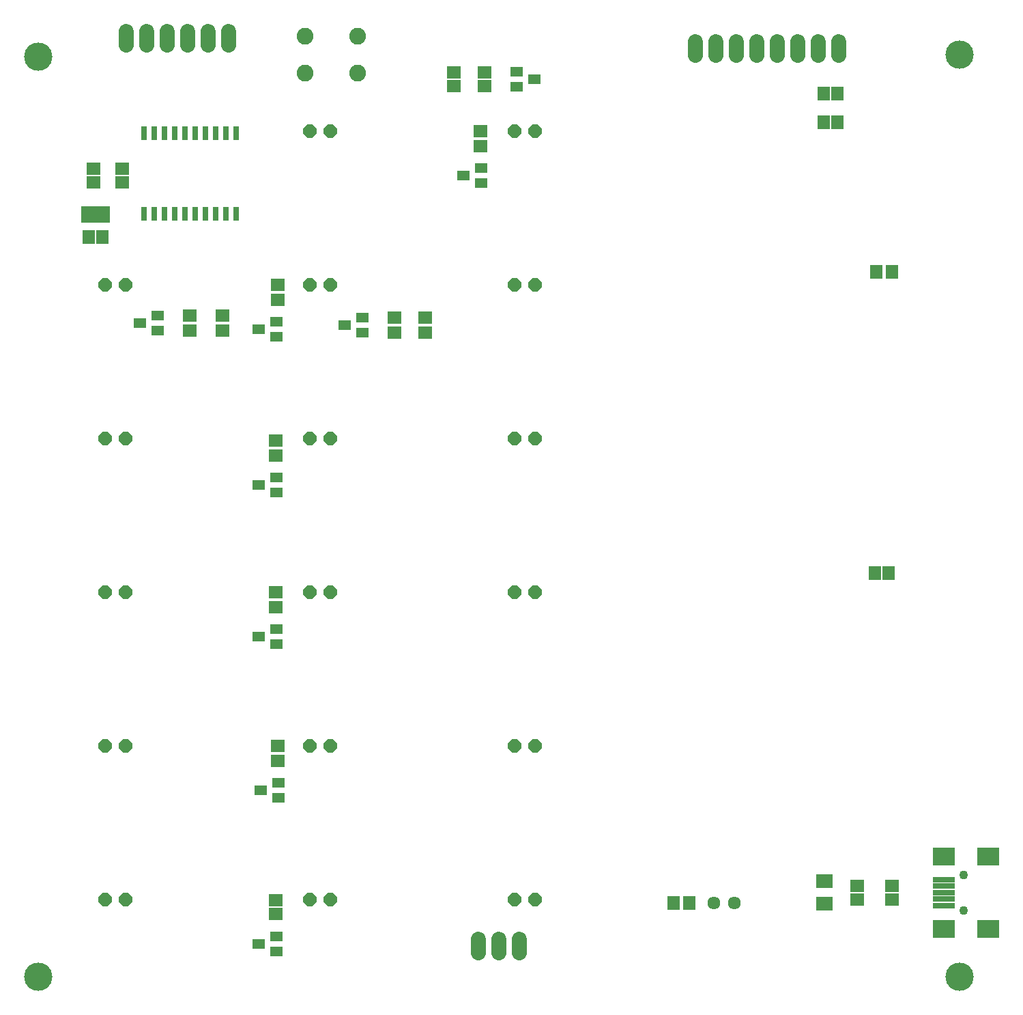
<source format=gts>
G75*
G70*
%OFA0B0*%
%FSLAX24Y24*%
%IPPOS*%
%LPD*%
%AMOC8*
5,1,8,0,0,1.08239X$1,22.5*
%
%ADD10C,0.1380*%
%ADD11R,0.0316X0.0671*%
%ADD12OC8,0.0640*%
%ADD13R,0.0671X0.0592*%
%ADD14R,0.0710X0.0592*%
%ADD15R,0.0631X0.0474*%
%ADD16C,0.0720*%
%ADD17C,0.0635*%
%ADD18R,0.0592X0.0710*%
%ADD19R,0.1064X0.0277*%
%ADD20R,0.1064X0.0867*%
%ADD21C,0.0434*%
%ADD22C,0.0820*%
%ADD23R,0.0592X0.0671*%
%ADD24R,0.0789X0.0710*%
%ADD25R,0.1419X0.0789*%
D10*
X002601Y002601D03*
X002601Y047501D03*
X047601Y047601D03*
X047601Y002601D03*
D11*
X012251Y039832D03*
X011751Y039832D03*
X011251Y039832D03*
X010751Y039832D03*
X010251Y039832D03*
X009751Y039832D03*
X009251Y039832D03*
X008751Y039832D03*
X008251Y039832D03*
X007751Y039832D03*
X007751Y043769D03*
X008251Y043769D03*
X008751Y043769D03*
X009251Y043769D03*
X009751Y043769D03*
X010251Y043769D03*
X010751Y043769D03*
X011251Y043769D03*
X011751Y043769D03*
X012251Y043769D03*
D12*
X015851Y043851D03*
X016851Y043851D03*
X016851Y036351D03*
X015851Y036351D03*
X015851Y028851D03*
X016851Y028851D03*
X016851Y021351D03*
X015851Y021351D03*
X015851Y013851D03*
X016851Y013851D03*
X016851Y006351D03*
X015851Y006351D03*
X006851Y006351D03*
X005851Y006351D03*
X005851Y013851D03*
X006851Y013851D03*
X006851Y021351D03*
X005851Y021351D03*
X005851Y028851D03*
X006851Y028851D03*
X006851Y036351D03*
X005851Y036351D03*
X025851Y036351D03*
X026851Y036351D03*
X026851Y043851D03*
X025851Y043851D03*
X025851Y028851D03*
X026851Y028851D03*
X026851Y021351D03*
X025851Y021351D03*
X025851Y013851D03*
X026851Y013851D03*
X026851Y006351D03*
X025851Y006351D03*
D13*
X014201Y006335D03*
X014201Y005666D03*
X042601Y006366D03*
X042601Y007035D03*
X044301Y007035D03*
X044301Y006366D03*
X006701Y041366D03*
X006701Y042035D03*
X005301Y042035D03*
X005301Y041366D03*
X022901Y046066D03*
X022901Y046735D03*
X024401Y046735D03*
X024401Y046066D03*
D14*
X024201Y043875D03*
X024201Y043127D03*
X021501Y034775D03*
X021501Y034027D03*
X020001Y034027D03*
X020001Y034775D03*
X014301Y035627D03*
X014301Y036375D03*
X011601Y034875D03*
X011601Y034127D03*
X010001Y034127D03*
X010001Y034875D03*
X014201Y028775D03*
X014201Y028027D03*
X014201Y021375D03*
X014201Y020627D03*
X014301Y013875D03*
X014301Y013127D03*
D15*
X014334Y012075D03*
X014334Y011327D03*
X013468Y011701D03*
X014234Y018827D03*
X014234Y019575D03*
X013368Y019201D03*
X014234Y026227D03*
X014234Y026975D03*
X013368Y026601D03*
X014234Y033827D03*
X014234Y034575D03*
X013368Y034201D03*
X017568Y034401D03*
X018434Y034775D03*
X018434Y034027D03*
X024234Y041327D03*
X024234Y042075D03*
X023368Y041701D03*
X025968Y046027D03*
X025968Y046775D03*
X026834Y046401D03*
X008434Y034875D03*
X007568Y034501D03*
X008434Y034127D03*
X014234Y004575D03*
X014234Y003827D03*
X013368Y004201D03*
D16*
X024101Y004421D02*
X024101Y003781D01*
X025101Y003781D02*
X025101Y004421D01*
X026101Y004421D02*
X026101Y003781D01*
X034701Y047581D02*
X034701Y048221D01*
X035701Y048221D02*
X035701Y047581D01*
X036701Y047581D02*
X036701Y048221D01*
X037701Y048221D02*
X037701Y047581D01*
X038701Y047581D02*
X038701Y048221D01*
X039701Y048221D02*
X039701Y047581D01*
X040701Y047581D02*
X040701Y048221D01*
X041701Y048221D02*
X041701Y047581D01*
X011901Y048081D02*
X011901Y048721D01*
X010901Y048721D02*
X010901Y048081D01*
X009901Y048081D02*
X009901Y048721D01*
X008901Y048721D02*
X008901Y048081D01*
X007901Y048081D02*
X007901Y048721D01*
X006901Y048721D02*
X006901Y048081D01*
D17*
X035601Y006201D03*
X036601Y006201D03*
D18*
X034375Y006201D03*
X033627Y006201D03*
X043527Y037001D03*
X044275Y037001D03*
D19*
X046817Y007331D03*
X046817Y007016D03*
X046817Y006701D03*
X046817Y006386D03*
X046817Y006071D03*
D20*
X046817Y004929D03*
X048982Y004929D03*
X048982Y008472D03*
X046817Y008472D03*
D21*
X047801Y007567D03*
X047801Y005835D03*
D22*
X018181Y046711D03*
X018181Y048491D03*
X015621Y048491D03*
X015621Y046711D03*
D23*
X005735Y038701D03*
X005066Y038701D03*
X040966Y044301D03*
X041635Y044301D03*
X041635Y045701D03*
X040966Y045701D03*
X043466Y022301D03*
X044135Y022301D03*
D24*
X041001Y007252D03*
X041001Y006150D03*
D25*
X005401Y039801D03*
M02*

</source>
